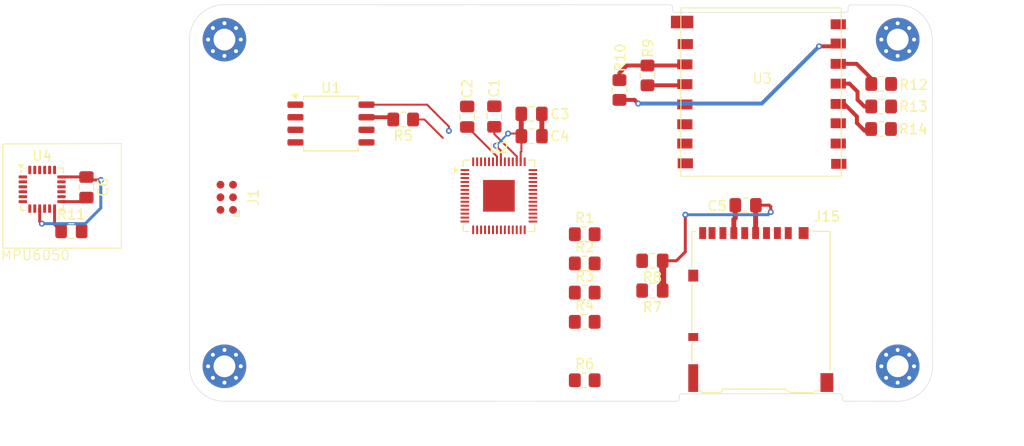
<source format=kicad_pcb>
(kicad_pcb (version 20241229) (generator "pcbnew") (generator_version "9.0")
  (layers (0 "F.Cu" signal) (2 "B.Cu" signal) (13 "F.Paste" user) (15 "B.Paste" user) (5 "F.SilkS" user "F.Silkscreen") (7 "B.SilkS" user "B.Silkscreen") (1 "F.Mask" user) (3 "B.Mask" user) (25 "Edge.Cuts" user))
  (net 0 "")
  (net 1 "+3.3V")
  (net 22 "Net-(U4-VDD)")
  (net 23 "Net-(C1-Pad2)")
  (net 24 "GND")
  (net 25 "R.SWCLK")
  (net 27 "R.RUN")
  (net 28 "R.SWD")
  (net 29 "+3V3")
  (net 30 "R.GPIO12")
  (net 32 "Net-(U3-MOSI)")
  (net 33 "Net-(U3-MISO)")
  (net 35 "Net-(U3-SCK)")
  (net 36 "Net-(U2-VREG_VOUT)")
  (net 37 "Net-(C2-Pad1)")
  (net 38 "Net-(U1-CLK)")
  (net 39 "Net-(U1-DI{slash}IO_{0})")
  (net 40 "Net-(U1-DO{slash}IO_{1})")
  (net 41 "Net-(U1-~{WP}{slash}IO_{2})")
  (net 42 "Net-(U1-~{HOLD}{slash}~{RESET}{slash}IO_{3})")
  (net 43 "R.GPIO25")
  (net 44 "R.GPIO17")
  (net 45 "R.GPIO13")
  (net 46 "R.GPIO19")
  (net 47 "R.GPIO16")
  (net 48 "R.GPIO18")
  (net 51 "J2.DET")
  (net 52 "FLASH.CLK")
  (net 58 "J2.CMD")
  (net 60 "J2.DAT3{slash}CD")
  (net 61 "MPU6050.SCL")
  (net 62 "IO3{slash}HOLD#{slash}RESET#")
  (net 65 "FLASH.DI (IO0)")
  (net 67 "J2.DAT0")
  (net 69 "IO2{slash}WP#")
  (net 70 "MPU6050.SDA")
  (net 72 "MPU6050.INT")
  (net 75 "FLASH.DO (IO1)")
  (net 80 "J2.CLK")
  (net 82 "FLASH.CS#")
  (net 83 "R.GPIO10")
  (net 84 "R.GPIO11")
  (net 85 "Net-(AE1-A)")
  (net 86 "R.GPIO24")
  (footprint "MountingHole:MountingHole_2.2mm_M2_Pad_Via" (layer "F.Cu") (at 153.5 53.5)
    (property "Reference" "REF**")
    (property "Value" "MountingHole_2.2mm_M2_Pad_Via")
    (pad "1" thru_hole circle (at -1.65 0) (size 0.7 0.7) (drill 0.4) (layers "*.Cu" "*.Mask"))
    (pad "1" thru_hole circle (at -1.166726 -1.166726) (size 0.7 0.7) (drill 0.4) (layers "*.Cu" "*.Mask"))
    (pad "1" thru_hole circle (at -1.166726 1.166726) (size 0.7 0.7) (drill 0.4) (layers "*.Cu" "*.Mask"))
    (pad "1" thru_hole circle (at 0 -1.65) (size 0.7 0.7) (drill 0.4) (layers "*.Cu" "*.Mask"))
    (pad "1" thru_hole circle (at 0 0) (size 4.4 4.4) (drill 2.2) (layers "*.Cu" "*.Mask"))
    (pad "1" thru_hole circle (at 0 1.65) (size 0.7 0.7) (drill 0.4) (layers "*.Cu" "*.Mask"))
    (pad "1" thru_hole circle (at 1.166726 -1.166726) (size 0.7 0.7) (drill 0.4) (layers "*.Cu" "*.Mask"))
    (pad "1" thru_hole circle (at 1.166726 1.166726) (size 0.7 0.7) (drill 0.4) (layers "*.Cu" "*.Mask"))
    (pad "1" thru_hole circle (at 1.65 0) (size 0.7 0.7) (drill 0.4) (layers "*.Cu" "*.Mask"))
  )
  (footprint "Package_DFN_QFN:QFN-56-1EP_7x7mm_P0.4mm_EP3.2x3.2mm" (layer "F.Cu") (at 181.2225 69.28)
    (property "Reference" "U2" (at 0 -4.83 0) (layer "F.SilkS"))
    (property "Value" "RP2040")
    (fp_line (start -3.61 -3.61) (end -2.96 -3.61) (stroke (width 0.12)) (layer "F.SilkS"))
    (fp_line (start -3.61 -2.96) (end -3.61 -3.61) (stroke (width 0.12)) (layer "F.SilkS"))
    (fp_line (start -3.61 3.61) (end -3.61 2.96) (stroke (width 0.12)) (layer "F.SilkS"))
    (fp_line (start -2.96 3.61) (end -3.61 3.61) (stroke (width 0.12)) (layer "F.SilkS"))
    (fp_line (start 2.96 -3.61) (end 3.61 -3.61) (stroke (width 0.12)) (layer "F.SilkS"))
    (fp_line (start 3.61 -3.61) (end 3.61 -2.96) (stroke (width 0.12)) (layer "F.SilkS"))
    (fp_line (start 3.61 2.96) (end 3.61 3.61) (stroke (width 0.12)) (layer "F.SilkS"))
    (fp_line (start 3.61 3.61) (end 2.96 3.61) (stroke (width 0.12)) (layer "F.SilkS"))
    (fp_poly (pts (xy -4.14 -2.6) (xy -4.47 -2.36) (xy -4.47 -2.84)) (stroke (width 0.12)) (fill yes) (layer "F.SilkS"))
    (pad "1" smd roundrect (at -3.4375 -2.6) (size 0.875 0.2) (layers "F.Cu" "F.Mask" "F.Paste") (net 1 "+3.3V"))
    (pad "2" smd roundrect (at -3.4375 -2.2) (size 0.875 0.2) (layers "F.Cu" "F.Mask" "F.Paste"))
    (pad "3" smd roundrect (at -3.4375 -1.8) (size 0.875 0.2) (layers "F.Cu" "F.Mask" "F.Paste"))
    (pad "4" smd roundrect (at -3.4375 -1.4) (size 0.875 0.2) (layers "F.Cu" "F.Mask" "F.Paste"))
    (pad "5" smd roundrect (at -3.4375 -1) (size 0.875 0.2) (layers "F.Cu" "F.Mask" "F.Paste"))
    (pad "6" smd roundrect (at -3.4375 -0.6) (size 0.875 0.2) (layers "F.Cu" "F.Mask" "F.Paste") (net 58 "J2.CMD"))
    (pad "7" smd roundrect (at -3.4375 -0.2) (size 0.875 0.2) (layers "F.Cu" "F.Mask" "F.Paste") (net 80 "J2.CLK"))
    (pad "8" smd roundrect (at -3.4375 0.2) (size 0.875 0.2) (layers "F.Cu" "F.Mask" "F.Paste") (net 67 "J2.DAT0"))
    (pad "9" smd roundrect (at -3.4375 0.6) (size 0.875 0.2) (layers "F.Cu" "F.Mask" "F.Paste") (net 60 "J2.DAT3{slash}CD"))
    (pad "10" smd roundrect (at -3.4375 1) (size 0.875 0.2) (layers "F.Cu" "F.Mask" "F.Paste") (net 1 "+3.3V"))
    (pad "11" smd roundrect (at -3.4375 1.4) (size 0.875 0.2) (layers "F.Cu" "F.Mask" "F.Paste") (net 70 "MPU6050.SDA"))
    (pad "12" smd roundrect (at -3.4375 1.8) (size 0.875 0.2) (layers "F.Cu" "F.Mask" "F.Paste") (net 61 "MPU6050.SCL"))
    (pad "13" smd roundrect (at -3.4375 2.2) (size 0.875 0.2) (layers "F.Cu" "F.Mask" "F.Paste") (net 83 "R.GPIO10"))
    (pad "14" smd roundrect (at -3.4375 2.6) (size 0.875 0.2) (layers "F.Cu" "F.Mask" "F.Paste") (net 84 "R.GPIO11"))
    (pad "15" smd roundrect (at -2.6 3.4375) (size 0.2 0.875) (layers "F.Cu" "F.Mask" "F.Paste") (net 30 "R.GPIO12"))
    (pad "16" smd roundrect (at -2.2 3.4375) (size 0.2 0.875) (layers "F.Cu" "F.Mask" "F.Paste") (net 72 "MPU6050.INT"))
    (pad "17" smd roundrect (at -1.8 3.4375) (size 0.2 0.875) (layers "F.Cu" "F.Mask" "F.Paste"))
    (pad "18" smd roundrect (at -1.4 3.4375) (size 0.2 0.875) (layers "F.Cu" "F.Mask" "F.Paste"))
    (pad "19" smd roundrect (at -1 3.4375) (size 0.2 0.875) (layers "F.Cu" "F.Mask" "F.Paste"))
    (pad "20" smd roundrect (at -0.6 3.4375) (size 0.2 0.875) (layers "F.Cu" "F.Mask" "F.Paste"))
    (pad "21" smd roundrect (at -0.2 3.4375) (size 0.2 0.875) (layers "F.Cu" "F.Mask" "F.Paste"))
    (pad "22" smd roundrect (at 0.2 3.4375) (size 0.2 0.875) (layers "F.Cu" "F.Mask" "F.Paste") (net 1 "+3.3V"))
    (pad "23" smd roundrect (at 0.6 3.4375) (size 0.2 0.875) (layers "F.Cu" "F.Mask" "F.Paste") (net 37 "Net-(C2-Pad1)"))
    (pad "24" smd roundrect (at 1 3.4375) (size 0.2 0.875) (layers "F.Cu" "F.Mask" "F.Paste") (net 25 "R.SWCLK"))
    (pad "25" smd roundrect (at 1.4 3.4375) (size 0.2 0.875) (layers "F.Cu" "F.Mask" "F.Paste") (net 28 "R.SWD"))
    (pad "26" smd roundrect (at 1.8 3.4375) (size 0.2 0.875) (layers "F.Cu" "F.Mask" "F.Paste") (net 27 "R.RUN"))
    (pad "27" smd roundrect (at 2.2 3.4375) (size 0.2 0.875) (layers "F.Cu" "F.Mask" "F.Paste") (net 47 "R.GPIO16"))
    (pad "28" smd roundrect (at 2.6 3.4375) (size 0.2 0.875) (layers "F.Cu" "F.Mask" "F.Paste") (net 44 "R.GPIO17"))
    (pad "29" smd roundrect (at 3.4375 2.6) (size 0.875 0.2) (layers "F.Cu" "F.Mask" "F.Paste") (net 48 "R.GPIO18"))
    (pad "30" smd roundrect (at 3.4375 2.2) (size 0.875 0.2) (layers "F.Cu" "F.Mask" "F.Paste") (net 46 "R.GPIO19"))
    (pad "31" smd roundrect (at 3.4375 1.8) (size 0.875 0.2) (layers "F.Cu" "F.Mask" "F.Paste"))
    (pad "32" smd roundrect (at 3.4375 1.4) (size 0.875 0.2) (layers "F.Cu" "F.Mask" "F.Paste") (net 51 "J2.DET"))
    (pad "33" smd roundrect (at 3.4375 1) (size 0.875 0.2) (layers "F.Cu" "F.Mask" "F.Paste") (net 1 "+3.3V"))
    (pad "34" smd roundrect (at 3.4375 0.6) (size 0.875 0.2) (layers "F.Cu" "F.Mask" "F.Paste"))
    (pad "35" smd roundrect (at 3.4375 0.2) (size 0.875 0.2) (layers "F.Cu" "F.Mask" "F.Paste"))
    (pad "36" smd roundrect (at 3.4375 -0.2) (size 0.875 0.2) (layers "F.Cu" "F.Mask" "F.Paste") (net 86 "R.GPIO24"))
    (pad "37" smd roundrect (at 3.4375 -0.6) (size 0.875 0.2) (layers "F.Cu" "F.Mask" "F.Paste") (net 43 "R.GPIO25"))
    (pad "38" smd roundrect (at 3.4375 -1) (size 0.875 0.2) (layers "F.Cu" "F.Mask" "F.Paste"))
    (pad "39" smd roundrect (at 3.4375 -1.4) (size 0.875 0.2) (layers "F.Cu" "F.Mask" "F.Paste"))
    (pad "40" smd roundrect (at 3.4375 -1.8) (size 0.875 0.2) (layers "F.Cu" "F.Mask" "F.Paste"))
    (pad "41" smd roundrect (at 3.4375 -2.2) (size 0.875 0.2) (layers "F.Cu" "F.Mask" "F.Paste"))
    (pad "42" smd roundrect (at 3.4375 -2.6) (size 0.875 0.2) (layers "F.Cu" "F.Mask" "F.Paste") (net 1 "+3.3V"))
    (pad "43" smd roundrect (at 2.6 -3.4375) (size 0.2 0.875) (layers "F.Cu" "F.Mask" "F.Paste"))
    (pad "44" smd roundrect (at 2.2 -3.4375) (size 0.2 0.875) (layers "F.Cu" "F.Mask" "F.Paste") (net 1 "+3.3V"))
    (pad "45" smd roundrect (at 1.8 -3.4375) (size 0.2 0.875) (layers "F.Cu" "F.Mask" "F.Paste") (net 36 "Net-(U2-VREG_VOUT)"))
    (pad "46" smd roundrect (at 1.4 -3.4375) (size 0.2 0.875) (layers "F.Cu" "F.Mask" "F.Paste"))
    (pad "47" smd roundrect (at 1 -3.4375) (size 0.2 0.875) (layers "F.Cu" "F.Mask" "F.Paste"))
    (pad "48" smd roundrect (at 0.6 -3.4375) (size 0.2 0.875) (layers "F.Cu" "F.Mask" "F.Paste"))
    (pad "49" smd roundrect (at 0.2 -3.4375) (size 0.2 0.875) (layers "F.Cu" "F.Mask" "F.Paste") (net 1 "+3.3V"))
    (pad "50" smd roundrect (at -0.2 -3.4375) (size 0.2 0.875) (layers "F.Cu" "F.Mask" "F.Paste") (net 37 "Net-(C2-Pad1)"))
    (pad "51" smd roundrect (at -0.6 -3.4375) (size 0.2 0.875) (layers "F.Cu" "F.Mask" "F.Paste") (net 62 "IO3{slash}HOLD#{slash}RESET#"))
    (pad "52" smd roundrect (at -1 -3.4375) (size 0.2 0.875) (layers "F.Cu" "F.Mask" "F.Paste") (net 52 "FLASH.CLK"))
    (pad "53" smd roundrect (at -1.4 -3.4375) (size 0.2 0.875) (layers "F.Cu" "F.Mask" "F.Paste") (net 65 "FLASH.DI (IO0)"))
    (pad "54" smd roundrect (at -1.8 -3.4375) (size 0.2 0.875) (layers "F.Cu" "F.Mask" "F.Paste") (net 69 "IO2{slash}WP#"))
    (pad "55" smd roundrect (at -2.2 -3.4375) (size 0.2 0.875) (layers "F.Cu" "F.Mask" "F.Paste") (net 75 "FLASH.DO (IO1)"))
    (pad "56" smd roundrect (at -2.6 -3.4375) (size 0.2 0.875) (layers "F.Cu" "F.Mask" "F.Paste") (net 82 "FLASH.CS#"))
    (pad "57" smd rect (at 0 0) (size 3.2 3.2) (property pad_prop_heatsink) (layers "F.Cu" "F.Mask") (net 24 "GND"))
  )
  (footprint "Sensor_Motion:InvenSense_QFN-24_4x4mm_P0.5mm" (layer "F.Cu") (at 135.09 68.62)
    (property "Reference" "U4" (at 0 -3.375 0) (layer "F.SilkS"))
    (property "Value" "MPU-6050")
    (fp_line (start -2.15 -1.685) (end -2.15 -1.91) (stroke (width 0.12)) (layer "F.SilkS"))
    (fp_line (start -2.15 2.15) (end -2.15 1.625) (stroke (width 0.12)) (layer "F.SilkS"))
    (fp_line (start -2.15 2.15) (end -1.625 2.15) (stroke (width 0.12)) (layer "F.SilkS"))
    (fp_line (start -1.625 -2.15) (end -1.85 -2.15) (stroke (width 0.12)) (layer "F.SilkS"))
    (fp_line (start 2.15 -2.15) (end 1.625 -2.15) (stroke (width 0.12)) (layer "F.SilkS"))
    (fp_line (start 2.15 -2.15) (end 2.15 -1.625) (stroke (width 0.12)) (layer "F.SilkS"))
    (fp_line (start 2.15 2.15) (end 1.625 2.15) (stroke (width 0.12)) (layer "F.SilkS"))
    (fp_line (start 2.15 2.15) (end 2.15 1.625) (stroke (width 0.12)) (layer "F.SilkS"))
    (fp_poly (pts (xy -2.15 -2.15) (xy -2.39 -2.48) (xy -1.91 -2.48) (xy -2.15 -2.15)) (stroke (width 0.12)) (fill yes) (layer "F.SilkS"))
    (pad "1" smd roundrect (at -1.95 -1.25) (size 0.85 0.3) (layers "F.Cu" "F.Mask" "F.Paste"))
    (pad "2" smd roundrect (at -1.95 -0.75) (size 0.85 0.3) (layers "F.Cu" "F.Mask" "F.Paste"))
    (pad "3" smd roundrect (at -1.95 -0.25) (size 0.85 0.3) (layers "F.Cu" "F.Mask" "F.Paste"))
    (pad "4" smd roundrect (at -1.95 0.25) (size 0.85 0.3) (layers "F.Cu" "F.Mask" "F.Paste"))
    (pad "5" smd roundrect (at -1.95 0.75) (size 0.85 0.3) (layers "F.Cu" "F.Mask" "F.Paste"))
    (pad "6" smd roundrect (at -1.95 1.25) (size 0.85 0.3) (layers "F.Cu" "F.Mask" "F.Paste"))
    (pad "7" smd roundrect (at -1.25 1.95 90) (size 0.85 0.3) (layers "F.Cu" "F.Mask" "F.Paste"))
    (pad "8" smd roundrect (at -0.75 1.95 90) (size 0.85 0.3) (layers "F.Cu" "F.Mask" "F.Paste"))
    (pad "9" smd roundrect (at -0.25 1.95 90) (size 0.85 0.3) (layers "F.Cu" "F.Mask" "F.Paste") (net 24 "GND"))
    (pad "10" smd roundrect (at 0.25 1.95 90) (size 0.85 0.3) (layers "F.Cu" "F.Mask" "F.Paste"))
    (pad "11" smd roundrect (at 0.75 1.95 90) (size 0.85 0.3) (layers "F.Cu" "F.Mask" "F.Paste"))
    (pad "12" smd roundrect (at 1.25 1.95 90) (size 0.85 0.3) (layers "F.Cu" "F.Mask" "F.Paste") (net 72 "MPU6050.INT"))
    (pad "13" smd roundrect (at 1.95 1.25) (size 0.85 0.3) (layers "F.Cu" "F.Mask" "F.Paste") (net 22 "Net-(U4-VDD)"))
    (pad "14" smd roundrect (at 1.95 0.75) (size 0.85 0.3) (layers "F.Cu" "F.Mask" "F.Paste"))
    (pad "15" smd roundrect (at 1.95 0.25) (size 0.85 0.3) (layers "F.Cu" "F.Mask" "F.Paste"))
    (pad "16" smd roundrect (at 1.95 -0.25) (size 0.85 0.3) (layers "F.Cu" "F.Mask" "F.Paste"))
    (pad "17" smd roundrect (at 1.95 -0.75) (size 0.85 0.3) (layers "F.Cu" "F.Mask" "F.Paste"))
    (pad "18" smd roundrect (at 1.95 -1.25) (size 0.85 0.3) (layers "F.Cu" "F.Mask" "F.Paste") (net 24 "GND"))
    (pad "19" smd roundrect (at 1.25 -1.95 90) (size 0.85 0.3) (layers "F.Cu" "F.Mask" "F.Paste"))
    (pad "20" smd roundrect (at 0.75 -1.95 90) (size 0.85 0.3) (layers "F.Cu" "F.Mask" "F.Paste"))
    (pad "21" smd roundrect (at 0.25 -1.95 90) (size 0.85 0.3) (layers "F.Cu" "F.Mask" "F.Paste"))
    (pad "22" smd roundrect (at -0.25 -1.95 90) (size 0.85 0.3) (layers "F.Cu" "F.Mask" "F.Paste"))
    (pad "23" smd roundrect (at -0.75 -1.95 90) (size 0.85 0.3) (layers "F.Cu" "F.Mask" "F.Paste") (net 61 "MPU6050.SCL"))
    (pad "24" smd roundrect (at -1.25 -1.95 90) (size 0.85 0.3) (layers "F.Cu" "F.Mask" "F.Paste") (net 70 "MPU6050.SDA"))
  )
  (footprint "Resistor_SMD:R_0805_2012Metric_Pad1.20x1.40mm_HandSolder" (layer "F.Cu") (at 189.89 87.91)
    (property "Reference" "R6" (at 0 -1.65 0) (layer "F.SilkS"))
    (property "Value" "10k")
    (fp_line (start -0.227064 -0.735) (end 0.227064 -0.735) (stroke (width 0.12)) (layer "F.SilkS"))
    (fp_line (start -0.227064 0.735) (end 0.227064 0.735) (stroke (width 0.12)) (layer "F.SilkS"))
    (pad "1" smd roundrect (at -1 0) (size 1.2 1.4) (layers "F.Cu" "F.Mask" "F.Paste") (roundrect_rratio 0.208333) (net 1 "+3.3V"))
    (pad "2" smd roundrect (at 1 0) (size 1.2 1.4) (layers "F.Cu" "F.Mask" "F.Paste") (roundrect_rratio 0.208333) (net 82 "FLASH.CS#"))
  )
  (footprint "Capacitor_SMD:C_0805_2012Metric_Pad1.18x1.45mm_HandSolder" (layer "F.Cu") (at 196.7275 78.85 180)
    (property "Reference" "R7" (at 0 -1.68 0) (layer "F.SilkS"))
    (property "Value" "10k")
    (fp_line (start -0.261252 0.735) (end 0.261252 0.735) (stroke (width 0.12)) (layer "F.SilkS"))
    (fp_line (start -0.261252 -0.735) (end 0.261252 -0.735) (stroke (width 0.12)) (layer "F.SilkS"))
    (pad "1" smd roundrect (at -1.0375 0 180) (size 1.175 1.45) (layers "F.Cu" "F.Mask" "F.Paste") (roundrect_rratio 0.212766) (net 1 "+3.3V"))
    (pad "2" smd roundrect (at 1.0375 0 180) (size 1.175 1.45) (layers "F.Cu" "F.Mask" "F.Paste") (roundrect_rratio 0.212766) (net 58 "J2.CMD"))
  )
  (footprint "Capacitor_SMD:C_0805_2012Metric_Pad1.18x1.45mm_HandSolder" (layer "F.Cu") (at 180.76 61.2725 90)
    (property "Reference" "C1" (at 2.8925 -0.01 90) (layer "F.SilkS"))
    (property "Value" "1micro")
    (fp_line (start -0.261252 -0.735) (end 0.261252 -0.735) (stroke (width 0.12)) (layer "F.SilkS"))
    (fp_line (start -0.261252 0.735) (end 0.261252 0.735) (stroke (width 0.12)) (layer "F.SilkS"))
    (pad "1" smd roundrect (at -1.0375 0 90) (size 1.175 1.45) (layers "F.Cu" "F.Mask" "F.Paste") (roundrect_rratio 0.212766) (net 36 "Net-(U2-VREG_VOUT)"))
    (pad "2" smd roundrect (at 1.0375 0 90) (size 1.175 1.45) (layers "F.Cu" "F.Mask" "F.Paste") (roundrect_rratio 0.212766) (net 23 "Net-(C1-Pad2)"))
  )
  (footprint "MountingHole:MountingHole_2.2mm_M2_Pad_Via" (layer "F.Cu") (at 153.5 86.5)
    (property "Reference" "REF**")
    (property "Value" "MountingHole_2.2mm_M2_Pad_Via")
    (pad "1" thru_hole circle (at -1.65 0) (size 0.7 0.7) (drill 0.4) (layers "*.Cu" "*.Mask"))
    (pad "1" thru_hole circle (at -1.166726 -1.166726) (size 0.7 0.7) (drill 0.4) (layers "*.Cu" "*.Mask"))
    (pad "1" thru_hole circle (at -1.166726 1.166726) (size 0.7 0.7) (drill 0.4) (layers "*.Cu" "*.Mask"))
    (pad "1" thru_hole circle (at 0 -1.65) (size 0.7 0.7) (drill 0.4) (layers "*.Cu" "*.Mask"))
    (pad "1" thru_hole circle (at 0 0) (size 4.4 4.4) (drill 2.2) (layers "*.Cu" "*.Mask"))
    (pad "1" thru_hole circle (at 0 1.65) (size 0.7 0.7) (drill 0.4) (layers "*.Cu" "*.Mask"))
    (pad "1" thru_hole circle (at 1.166726 -1.166726) (size 0.7 0.7) (drill 0.4) (layers "*.Cu" "*.Mask"))
    (pad "1" thru_hole circle (at 1.166726 1.166726) (size 0.7 0.7) (drill 0.4) (layers "*.Cu" "*.Mask"))
    (pad "1" thru_hole circle (at 1.65 0) (size 0.7 0.7) (drill 0.4) (layers "*.Cu" "*.Mask"))
  )
  (footprint "Resistor_SMD:R_0805_2012Metric_Pad1.20x1.40mm_HandSolder" (layer "F.Cu") (at 189.89 82.01)
    (property "Reference" "R4" (at 0 -1.65 0) (layer "F.SilkS"))
    (property "Value" "22")
    (fp_line (start -0.227064 -0.735) (end 0.227064 -0.735) (stroke (width 0.12)) (layer "F.SilkS"))
    (fp_line (start -0.227064 0.735) (end 0.227064 0.735) (stroke (width 0.12)) (layer "F.SilkS"))
    (pad "1" smd roundrect (at -1 0) (size 1.2 1.4) (layers "F.Cu" "F.Mask" "F.Paste") (roundrect_rratio 0.208333) (net 69 "IO2{slash}WP#"))
    (pad "2" smd roundrect (at 1 0) (size 1.2 1.4) (layers "F.Cu" "F.Mask" "F.Paste") (roundrect_rratio 0.208333) (net 41 "Net-(U1-~{WP}{slash}IO_{2})"))
  )
  (footprint "Capacitor_SMD:C_0805_2012Metric_Pad1.18x1.45mm_HandSolder" (layer "F.Cu") (at 196.7275 75.84 180)
    (property "Reference" "R8" (at 0 -1.68 0) (layer "F.SilkS"))
    (property "Value" "10k")
    (fp_line (start -0.261252 0.735) (end 0.261252 0.735) (stroke (width 0.12)) (layer "F.SilkS"))
    (fp_line (start -0.261252 -0.735) (end 0.261252 -0.735) (stroke (width 0.12)) (layer "F.SilkS"))
    (pad "1" smd roundrect (at -1.0375 0 180) (size 1.175 1.45) (layers "F.Cu" "F.Mask" "F.Paste") (roundrect_rratio 0.212766) (net 1 "+3.3V"))
    (pad "2" smd roundrect (at 1.0375 0 180) (size 1.175 1.45) (layers "F.Cu" "F.Mask" "F.Paste") (roundrect_rratio 0.212766) (net 67 "J2.DAT0"))
  )
  (footprint "sx1262b:SX1262B" (layer "F.Cu") (at 199.6 67.55)
    (property "Reference" "U3" (at 8.225 -10.125 0) (layer "F.SilkS") (effects (font (thickness 0.1))))
    (property "Value" "SX1262B")
    (fp_rect (start 0 -17.25) (end 16.2 -0.25) (stroke (width 0.1)) (fill no) (layer "F.SilkS"))
    (pad "1" smd rect (at 0.125 -15.825) (size 2.262 1.27) (layers "F.Cu" "F.Mask" "F.Paste") (net 85 "Net-(AE1-A)"))
    (pad "2" smd rect (at 0.45 -13.6) (size 1.5358 1) (layers "F.Cu" "F.Paste") (net 24 "GND"))
    (pad "3" smd rect (at 0.4 -11.55) (size 1.5358 1) (layers "F.Cu" "F.Mask" "F.Paste") (net 1 "+3.3V"))
    (pad "4" smd rect (at 0.4 -9.55) (size 1.5358 1) (layers "F.Cu" "F.Mask" "F.Paste") (net 43 "R.GPIO25"))
    (pad "5" smd rect (at 0.4 -7.5) (size 1.5358 1) (layers "F.Cu" "F.Mask" "F.Paste"))
    (pad "6" smd rect (at 0.4 -5.5) (size 1.5358 1) (layers "F.Cu" "F.Mask" "F.Paste") (net 83 "R.GPIO10"))
    (pad "7" smd rect (at 0.4 -3.55) (size 1.5358 1) (layers "F.Cu" "F.Mask" "F.Paste") (net 84 "R.GPIO11"))
    (pad "8" smd rect (at 0.45 -1.55) (size 1.5358 1) (layers "F.Cu" "F.Mask" "F.Paste") (net 86 "R.GPIO24"))
    (pad "9" smd rect (at 15.95 -1.5) (size 1.5358 1) (layers "F.Cu" "F.Mask" "F.Paste") (net 24 "GND"))
    (pad "10" smd rect (at 15.9 -3.55) (size 1.5358 1) (layers "F.Cu" "F.Mask" "F.Paste") (net 30 "R.GPIO12"))
    (pad "11" smd rect (at 15.9 -5.6) (size 1.5358 1) (layers "F.Cu" "F.Mask" "F.Paste"))
    (pad "12" smd rect (at 15.9 -7.55) (size 1.5358 1) (layers "F.Cu" "F.Mask" "F.Paste") (net 35 "Net-(U3-SCK)"))
    (pad "13" smd rect (at 15.9 -9.6) (size 1.5358 1) (layers "F.Cu" "F.Mask" "F.Paste") (net 33 "Net-(U3-MISO)"))
    (pad "14" smd rect (at 15.9 -11.6) (size 1.5358 1) (layers "F.Cu" "F.Mask" "F.Paste") (net 32 "Net-(U3-MOSI)"))
    (pad "15" smd rect (at 15.9 -13.65) (size 1.5358 1) (layers "F.Cu" "F.Mask" "F.Paste") (net 44 "R.GPIO17"))
    (pad "16" smd rect (at 15.9 -15.6) (size 1.5358 1) (layers "F.Cu" "F.Mask" "F.Paste") (net 24 "GND"))
  )
  (footprint "Connector_Card:microSD_HC_Hirose_DM3AT-SF-PEJM5" (layer "F.Cu") (at 207.675 80.765)
    (property "Reference" "J15" (at 6.685 -9.395 0) (layer "F.SilkS"))
    (property "Value" "Micro_SD_Card_Det1")
    (fp_line (start -6.975 -7.885) (end -6.975 -4.275) (stroke (width 0.12)) (layer "F.SilkS"))
    (fp_line (start -6.975 -2.575) (end -6.975 2.125) (stroke (width 0.12)) (layer "F.SilkS"))
    (fp_line (start -6.975 3.425) (end -6.975 5.225) (stroke (width 0.12)) (layer "F.SilkS"))
    (fp_line (start -6.525 -7.885) (end -6.975 -7.885) (stroke (width 0.12)) (layer "F.SilkS"))
    (fp_line (start -5.945 8.385) (end -6.145 8.185) (stroke (width 0.12)) (layer "F.SilkS"))
    (fp_line (start -5.945 8.385) (end -4.085 8.385) (stroke (width 0.12)) (layer "F.SilkS"))
    (fp_line (start -4.085 8.385) (end -3.875 8.185) (stroke (width 0.12)) (layer "F.SilkS"))
    (fp_line (start -3.875 8.035) (end -3.875 8.185) (stroke (width 0.12)) (layer "F.SilkS"))
    (fp_line (start -3.875 8.035) (end 2.495 8.035) (stroke (width 0.12)) (layer "F.SilkS"))
    (fp_line (start 3.005 8.385) (end 2.495 8.035) (stroke (width 0.12)) (layer "F.SilkS"))
    (fp_line (start 5.075 -7.885) (end 6.995 -7.885) (stroke (width 0.12)) (layer "F.SilkS"))
    (fp_line (start 5.315 8.385) (end 3.005 8.385) (stroke (width 0.12)) (layer "F.SilkS"))
    (fp_line (start 5.315 8.385) (end 5.515 8.185) (stroke (width 0.12)) (layer "F.SilkS"))
    (fp_line (start 5.515 8.185) (end 5.775 8.185) (stroke (width 0.12)) (layer "F.SilkS"))
    (fp_line (start 6.995 -7.885) (end 6.995 6.125) (stroke (width 0.12)) (layer "F.SilkS"))
    (pad "1" smd rect (at 2.775 -7.725) (size 0.7 1.2) (layers "F.Cu" "F.Mask" "F.Paste"))
    (pad "2" smd rect (at 1.675 -7.725) (size 0.7 1.2) (layers "F.Cu" "F.Mask" "F.Paste") (net 60 "J2.DAT3{slash}CD"))
    (pad "3" smd rect (at 0.575 -7.725) (size 0.7 1.2) (layers "F.Cu" "F.Mask" "F.Paste") (net 58 "J2.CMD"))
    (pad "4" smd rect (at -0.525 -7.725) (size 0.7 1.2) (layers "F.Cu" "F.Mask" "F.Paste") (net 1 "+3.3V"))
    (pad "5" smd rect (at -1.625 -7.725) (size 0.7 1.2) (layers "F.Cu" "F.Mask" "F.Paste") (net 80 "J2.CLK"))
    (pad "6" smd rect (at -2.725 -7.725) (size 0.7 1.2) (layers "F.Cu" "F.Mask" "F.Paste") (net 24 "GND"))
    (pad "7" smd rect (at -3.825 -7.725) (size 0.7 1.2) (layers "F.Cu" "F.Mask" "F.Paste") (net 67 "J2.DAT0"))
    (pad "8" smd rect (at -4.925 -7.725) (size 0.7 1.2) (layers "F.Cu" "F.Mask" "F.Paste"))
    (pad "9" smd rect (at -5.875 -7.725) (size 0.7 1.2) (layers "F.Cu" "F.Mask" "F.Paste") (net 51 "J2.DET"))
    (pad "10" smd rect (at -6.825 2.775) (size 1 0.8) (layers "F.Cu" "F.Mask" "F.Paste") (net 24 "GND"))
    (pad "11" smd rect (at -6.825 -3.425) (size 1 1.2) (layers "F.Cu" "F.Mask" "F.Paste"))
    (pad "11" smd rect (at -6.825 6.925) (size 1 2.8) (layers "F.Cu" "F.Mask" "F.Paste"))
    (pad "11" smd rect (at 4.325 -7.725) (size 1 1.2) (layers "F.Cu" "F.Mask" "F.Paste"))
    (pad "11" smd rect (at 6.675 7.375) (size 1.3 1.9) (layers "F.Cu" "F.Mask" "F.Paste"))
  )
  (footprint "Resistor_SMD:R_0805_2012Metric_Pad1.20x1.40mm_HandSolder" (layer "F.Cu") (at 189.89 73.16)
    (property "Reference" "R1" (at 0 -1.65 0) (layer "F.SilkS"))
    (property "Value" "22")
    (fp_line (start -0.227064 -0.735) (end 0.227064 -0.735) (stroke (width 0.12)) (layer "F.SilkS"))
    (fp_line (start -0.227064 0.735) (end 0.227064 0.735) (stroke (width 0.12)) (layer "F.SilkS"))
    (pad "1" smd roundrect (at -1 0) (size 1.2 1.4) (layers "F.Cu" "F.Mask" "F.Paste") (roundrect_rratio 0.208333) (net 52 "FLASH.CLK"))
    (pad "2" smd roundrect (at 1 0) (size 1.2 1.4) (layers "F.Cu" "F.Mask" "F.Paste") (roundrect_rratio 0.208333) (net 38 "Net-(U1-CLK)"))
  )
  (footprint "Capacitor_SMD:C_0805_2012Metric_Pad1.18x1.45mm_HandSolder" (layer "F.Cu") (at 184.53 63.26)
    (property "Reference" "C4" (at 2.85 -0.01 0) (layer "F.SilkS"))
    (property "Value" "1micro")
    (fp_line (start -0.261252 -0.735) (end 0.261252 -0.735) (stroke (width 0.12)) (layer "F.SilkS"))
    (fp_line (start -0.261252 0.735) (end 0.261252 0.735) (stroke (width 0.12)) (layer "F.SilkS"))
    (pad "1" smd roundrect (at -1.0375 0) (size 1.175 1.45) (layers "F.Cu" "F.Mask" "F.Paste") (roundrect_rratio 0.212766) (net 1 "+3.3V"))
    (pad "2" smd roundrect (at 1.0375 0) (size 1.175 1.45) (layers "F.Cu" "F.Mask" "F.Paste") (roundrect_rratio 0.212766) (net 23 "Net-(C1-Pad2)"))
  )
  (footprint "MountingHole:MountingHole_2.2mm_M2_Pad_Via" (layer "F.Cu") (at 221.5 53.5)
    (property "Reference" "REF**")
    (property "Value" "MountingHole_2.2mm_M2_Pad_Via")
    (pad "1" thru_hole circle (at -1.65 0) (size 0.7 0.7) (drill 0.4) (layers "*.Cu" "*.Mask"))
    (pad "1" thru_hole circle (at -1.166726 -1.166726) (size 0.7 0.7) (drill 0.4) (layers "*.Cu" "*.Mask"))
    (pad "1" thru_hole circle (at -1.166726 1.166726) (size 0.7 0.7) (drill 0.4) (layers "*.Cu" "*.Mask"))
    (pad "1" thru_hole circle (at 0 -1.65) (size 0.7 0.7) (drill 0.4) (layers "*.Cu" "*.Mask"))
    (pad "1" thru_hole circle (at 0 0) (size 4.4 4.4) (drill 2.2) (layers "*.Cu" "*.Mask"))
    (pad "1" thru_hole circle (at 0 1.65) (size 0.7 0.7) (drill 0.4) (layers "*.Cu" "*.Mask"))
    (pad "1" thru_hole circle (at 1.166726 -1.166726) (size 0.7 0.7) (drill 0.4) (layers "*.Cu" "*.Mask"))
    (pad "1" thru_hole circle (at 1.166726 1.166726) (size 0.7 0.7) (drill 0.4) (layers "*.Cu" "*.Mask"))
    (pad "1" thru_hole circle (at 1.65 0) (size 0.7 0.7) (drill 0.4) (layers "*.Cu" "*.Mask"))
  )
  (footprint "Resistor_SMD:R_0805_2012Metric_Pad1.20x1.40mm_HandSolder" (layer "F.Cu") (at 193.4 58.59 -90)
    (property "Reference" "R10" (at -3.26 -0.07 90) (layer "F.SilkS"))
    (property "Value" "10k")
    (fp_line (start -0.227064 0.735) (end 0.227064 0.735) (stroke (width 0.12)) (layer "F.SilkS"))
    (fp_line (start -0.227064 -0.735) (end 0.227064 -0.735) (stroke (width 0.12)) (layer "F.SilkS"))
    (pad "1" smd roundrect (at -1 0 270) (size 1.2 1.4) (layers "F.Cu" "F.Mask" "F.Paste") (roundrect_rratio 0.208333) (net 1 "+3.3V"))
    (pad "2" smd roundrect (at 1 0 270) (size 1.2 1.4) (layers "F.Cu" "F.Mask" "F.Paste") (roundrect_rratio 0.208333) (net 44 "R.GPIO17"))
  )
  (footprint "Resistor_SMD:R_0805_2012Metric_Pad1.20x1.40mm_HandSolder" (layer "F.Cu") (at 219.83 57.98)
    (property "Reference" "R12" (at 3.28 0.09 0) (layer "F.SilkS"))
    (property "Value" "22")
    (fp_line (start -0.227064 -0.735) (end 0.227064 -0.735) (stroke (width 0.12)) (layer "F.SilkS"))
    (fp_line (start -0.227064 0.735) (end 0.227064 0.735) (stroke (width 0.12)) (layer "F.SilkS"))
    (pad "1" smd roundrect (at -1 0) (size 1.2 1.4) (layers "F.Cu" "F.Mask" "F.Paste") (roundrect_rratio 0.208333) (net 32 "Net-(U3-MOSI)"))
    (pad "2" smd roundrect (at 1 0) (size 1.2 1.4) (layers "F.Cu" "F.Mask" "F.Paste") (roundrect_rratio 0.208333) (net 46 "R.GPIO19"))
  )
  (footprint "Capacitor_SMD:C_0805_2012Metric_Pad1.18x1.45mm_HandSolder" (layer "F.Cu") (at 178.02 61.29 90)
    (property "Reference" "C2" (at 2.82 0 90) (layer "F.SilkS"))
    (property "Value" "1 nano")
    (fp_line (start -0.261252 -0.735) (end 0.261252 -0.735) (stroke (width 0.12)) (layer "F.SilkS"))
    (fp_line (start -0.261252 0.735) (end 0.261252 0.735) (stroke (width 0.12)) (layer "F.SilkS"))
    (pad "1" smd roundrect (at -1.0375 0 90) (size 1.175 1.45) (layers "F.Cu" "F.Mask" "F.Paste") (roundrect_rratio 0.212766) (net 37 "Net-(C2-Pad1)"))
    (pad "2" smd roundrect (at 1.0375 0 90) (size 1.175 1.45) (layers "F.Cu" "F.Mask" "F.Paste") (roundrect_rratio 0.212766) (net 23 "Net-(C1-Pad2)"))
  )
  (footprint "Connector:Tag-Connect_TC2030-IDC-NL_2x03_P1.27mm_Vertical" (layer "F.Cu") (at 153.734 69.43 90)
    (property "Reference" "J1" (at 0 2.7 90) (layer "F.SilkS"))
    (property "Value" "Conn_ARM_SWD_TagConnect_TC2030-NL")
    (fp_line (start -1.27 1.27) (end -1.905 1.27) (stroke (width 0.12)) (layer "F.SilkS"))
    (fp_line (start -1.905 1.27) (end -1.905 0.635) (stroke (width 0.12)) (layer "F.SilkS"))
    (pad "" np_thru_hole circle (at -2.54 0 90) (size 0.9906 0.9906) (drill 0.9906) (layers "*.Cu" "*.Mask"))
    (pad "" np_thru_hole circle (at 2.54 -1.016 90) (size 0.9906 0.9906) (drill 0.9906) (layers "*.Cu" "*.Mask"))
    (pad "" np_thru_hole circle (at 2.54 1.016 90) (size 0.9906 0.9906) (drill 0.9906) (layers "*.Cu" "*.Mask"))
    (pad "1" connect circle (at -1.27 0.635 90) (size 0.7874 0.7874) (layers "F.Cu" "F.Mask") (net 29 "+3V3"))
    (pad "2" connect circle (at -1.27 -0.635 90) (size 0.7874 0.7874) (layers "F.Cu" "F.Mask") (net 28 "R.SWD"))
    (pad "3" connect circle (at 0 0.635 90) (size 0.7874 0.7874) (layers "F.Cu" "F.Mask") (net 27 "R.RUN"))
    (pad "4" connect circle (at 0 -0.635 90) (size 0.7874 0.7874) (layers "F.Cu" "F.Mask") (net 25 "R.SWCLK"))
    (pad "5" connect circle (at 1.27 0.635 90) (size 0.7874 0.7874) (layers "F.Cu" "F.Mask") (net 24 "GND"))
    (pad "6" connect circle (at 1.27 -0.635 90) (size 0.7874 0.7874) (layers "F.Cu" "F.Mask"))
  )
  (footprint "Resistor_SMD:R_0805_2012Metric_Pad1.20x1.40mm_HandSolder" (layer "F.Cu") (at 189.89 79.06)
    (property "Reference" "R3" (at 0 -1.65 0) (layer "F.SilkS"))
    (property "Value" "22")
    (fp_line (start -0.227064 -0.735) (end 0.227064 -0.735) (stroke (width 0.12)) (layer "F.SilkS"))
    (fp_line (start -0.227064 0.735) (end 0.227064 0.735) (stroke (width 0.12)) (layer "F.SilkS"))
    (pad "1" smd roundrect (at -1 0) (size 1.2 1.4) (layers "F.Cu" "F.Mask" "F.Paste") (roundrect_rratio 0.208333) (net 40 "Net-(U1-DO{slash}IO_{1})"))
    (pad "2" smd roundrect (at 1 0) (size 1.2 1.4) (layers "F.Cu" "F.Mask" "F.Paste") (roundrect_rratio 0.208333) (net 75 "FLASH.DO (IO1)"))
  )
  (footprint "Resistor_SMD:R_0805_2012Metric_Pad1.20x1.40mm_HandSolder" (layer "F.Cu") (at 219.83 60.26)
    (property "Reference" "R13" (at 3.26 0 0) (layer "F.SilkS"))
    (property "Value" "22")
    (fp_line (start -0.227064 -0.735) (end 0.227064 -0.735) (stroke (width 0.12)) (layer "F.SilkS"))
    (fp_line (start -0.227064 0.735) (end 0.227064 0.735) (stroke (width 0.12)) (layer "F.SilkS"))
    (pad "1" smd roundrect (at -1 0) (size 1.2 1.4) (layers "F.Cu" "F.Mask" "F.Paste") (roundrect_rratio 0.208333) (net 33 "Net-(U3-MISO)"))
    (pad "2" smd roundrect (at 1 0) (size 1.2 1.4) (layers "F.Cu" "F.Mask" "F.Paste") (roundrect_rratio 0.208333) (net 47 "R.GPIO16"))
  )
  (footprint "Capacitor_SMD:C_0805_2012Metric_Pad1.18x1.45mm_HandSolder" (layer "F.Cu") (at 206.1375 70.23 180)
    (property "Reference" "C5" (at 2.8775 -0.08 0) (layer "F.SilkS"))
    (property "Value" "100nf")
    (fp_line (start -0.261252 0.735) (end 0.261252 0.735) (stroke (width 0.12)) (layer "F.SilkS"))
    (fp_line (start -0.261252 -0.735) (end 0.261252 -0.735) (stroke (width 0.12)) (layer "F.SilkS"))
    (pad "1" smd roundrect (at -1.0375 0 180) (size 1.175 1.45) (layers "F.Cu" "F.Mask" "F.Paste") (roundrect_rratio 0.212766) (net 1 "+3.3V"))
    (pad "2" smd roundrect (at 1.0375 0 180) (size 1.175 1.45) (layers "F.Cu" "F.Mask" "F.Paste") (roundrect_rratio 0.212766) (net 24 "GND"))
  )
  (footprint "Resistor_SMD:R_0805_2012Metric_Pad1.20x1.40mm_HandSolder" (layer "F.Cu") (at 171.55 61.57 180)
    (property "Reference" "R5" (at 0 -1.65 0) (layer "F.SilkS"))
    (property "Value" "22")
    (fp_line (start -0.227064 0.735) (end 0.227064 0.735) (stroke (width 0.12)) (layer "F.SilkS"))
    (fp_line (start -0.227064 -0.735) (end 0.227064 -0.735) (stroke (width 0.12)) (layer "F.SilkS"))
    (pad "1" smd roundrect (at -1 0 180) (size 1.2 1.4) (layers "F.Cu" "F.Mask" "F.Paste") (roundrect_rratio 0.208333) (net 62 "IO3{slash}HOLD#{slash}RESET#"))
    (pad "2" smd roundrect (at 1 0 180) (size 1.2 1.4) (layers "F.Cu" "F.Mask" "F.Paste") (roundrect_rratio 0.208333) (net 42 "Net-(U1-~{HOLD}{slash}~{RESET}{slash}IO_{3})"))
  )
  (footprint "Capacitor_SMD:C_0805_2012Metric_Pad1.18x1.45mm_HandSolder" (layer "F.Cu") (at 139.56 68.42 -90)
    (property "Reference" "C6" (at 0 -1.68 90) (layer "F.SilkS"))
    (property "Value" "100nf")
    (fp_line (start -0.261252 0.735) (end 0.261252 0.735) (stroke (width 0.12)) (layer "F.SilkS"))
    (fp_line (start -0.261252 -0.735) (end 0.261252 -0.735) (stroke (width 0.12)) (layer "F.SilkS"))
    (pad "1" smd roundrect (at -1.0375 0 270) (size 1.175 1.45) (layers "F.Cu" "F.Mask" "F.Paste") (roundrect_rratio 0.212766) (net 24 "GND"))
    (pad "2" smd roundrect (at 1.0375 0 270) (size 1.175 1.45) (layers "F.Cu" "F.Mask" "F.Paste") (roundrect_rratio 0.212766) (net 22 "Net-(U4-VDD)"))
  )
  (footprint "Capacitor_SMD:C_0805_2012Metric_Pad1.18x1.45mm_HandSolder" (layer "F.Cu") (at 138.04 72.84)
    (property "Reference" "R11" (at 0 -1.68 0) (layer "F.SilkS"))
    (property "Value" "22")
    (fp_line (start -0.261252 -0.735) (end 0.261252 -0.735) (stroke (width 0.12)) (layer "F.SilkS"))
    (fp_line (start -0.261252 0.735) (end 0.261252 0.735) (stroke (width 0.12)) (layer "F.SilkS"))
    (pad "1" smd roundrect (at -1.0375 0) (size 1.175 1.45) (layers "F.Cu" "F.Mask" "F.Paste") (roundrect_rratio 0.212766) (net 72 "MPU6050.INT"))
    (pad "2" smd roundrect (at 1.0375 0) (size 1.175 1.45) (layers "F.Cu" "F.Mask" "F.Paste") (roundrect_rratio 0.212766) (net 45 "R.GPIO13"))
  )
  (footprint "Capacitor_SMD:C_0805_2012Metric_Pad1.18x1.45mm_HandSolder" (layer "F.Cu") (at 184.52 61)
    (property "Reference" "C3" (at 2.86 0.04 0) (layer "F.SilkS"))
    (property "Value" "100nf")
    (fp_line (start -0.261252 -0.735) (end 0.261252 -0.735) (stroke (width 0.12)) (layer "F.SilkS"))
    (fp_line (start -0.261252 0.735) (end 0.261252 0.735) (stroke (width 0.12)) (layer "F.SilkS"))
    (pad "1" smd roundrect (at -1.0375 0) (size 1.175 1.45) (layers "F.Cu" "F.Mask" "F.Paste") (roundrect_rratio 0.212766) (net 1 "+3.3V"))
    (pad "2" smd roundrect (at 1.0375 0) (size 1.175 1.45) (layers "F.Cu" "F.Mask" "F.Paste") (roundrect_rratio 0.212766) (net 23 "Net-(C1-Pad2)"))
  )
  (footprint "Resistor_SMD:R_0805_2012Metric_Pad1.20x1.40mm_HandSolder" (layer "F.Cu") (at 219.82 62.53)
    (property "Reference" "R14" (at 3.25 0.03 0) (layer "F.SilkS"))
    (property "Value" "22")
    (fp_line (start -0.227064 -0.735) (end 0.227064 -0.735) (stroke (width 0.12)) (layer "F.SilkS"))
    (fp_line (start -0.227064 0.735) (end 0.227064 0.735) (stroke (width 0.12)) (layer "F.SilkS"))
    (pad "1" smd roundrect (at -1 0) (size 1.2 1.4) (layers "F.Cu" "F.Mask" "F.Paste") (roundrect_rratio 0.208333) (net 35 "Net-(U3-SCK)"))
    (pad "2" smd roundrect (at 1 0) (size 1.2 1.4) (layers "F.Cu" "F.Mask" "F.Paste") (roundrect_rratio 0.208333) (net 48 "R.GPIO18"))
  )
  (footprint "Resistor_SMD:R_0805_2012Metric_Pad1.20x1.40mm_HandSolder" (layer "F.Cu") (at 189.89 76.11)
    (property "Reference" "R2" (at 0 -1.65 0) (layer "F.SilkS"))
    (property "Value" "22")
    (fp_line (start -0.227064 -0.735) (end 0.227064 -0.735) (stroke (width 0.12)) (layer "F.SilkS"))
    (fp_line (start -0.227064 0.735) (end 0.227064 0.735) (stroke (width 0.12)) (layer "F.SilkS"))
    (pad "1" smd roundrect (at -1 0) (size 1.2 1.4) (layers "F.Cu" "F.Mask" "F.Paste") (roundrect_rratio 0.208333) (net 39 "Net-(U1-DI{slash}IO_{0})"))
    (pad "2" smd roundrect (at 1 0) (size 1.2 1.4) (layers "F.Cu" "F.Mask" "F.Paste") (roundrect_rratio 0.208333) (net 65 "FLASH.DI (IO0)"))
  )
  (footprint "Resistor_SMD:R_0805_2012Metric_Pad1.20x1.40mm_HandSolder" (layer "F.Cu") (at 196.23 57.12 -90)
    (property "Reference" "R9" (at -2.76 -0.06 90) (layer "F.SilkS"))
    (property "Value" "10k")
    (fp_line (start -0.227064 0.735) (end 0.227064 0.735) (stroke (width 0.12)) (layer "F.SilkS"))
    (fp_line (start -0.227064 -0.735) (end 0.227064 -0.735) (stroke (width 0.12)) (layer "F.SilkS"))
    (pad "1" smd roundrect (at -1 0 270) (size 1.2 1.4) (layers "F.Cu" "F.Mask" "F.Paste") (roundrect_rratio 0.208333) (net 1 "+3.3V"))
    (pad "2" smd roundrect (at 1 0 270) (size 1.2 1.4) (layers "F.Cu" "F.Mask" "F.Paste") (roundrect_rratio 0.208333) (net 43 "R.GPIO25"))
  )
  (footprint "MountingHole:MountingHole_2.2mm_M2_Pad_Via" (layer "F.Cu") (at 221.5 86.5)
    (property "Reference" "REF**")
    (property "Value" "MountingHole_2.2mm_M2_Pad_Via")
    (pad "1" thru_hole circle (at -1.65 0) (size 0.7 0.7) (drill 0.4) (layers "*.Cu" "*.Mask"))
    (pad "1" thru_hole circle (at -1.166726 -1.166726) (size 0.7 0.7) (drill 0.4) (layers "*.Cu" "*.Mask"))
    (pad "1" thru_hole circle (at -1.166726 1.166726) (size 0.7 0.7) (drill 0.4) (layers "*.Cu" "*.Mask"))
    (pad "1" thru_hole circle (at 0 -1.65) (size 0.7 0.7) (drill 0.4) (layers "*.Cu" "*.Mask"))
    (pad "1" thru_hole circle (at 0 0) (size 4.4 4.4) (drill 2.2) (layers "*.Cu" "*.Mask"))
    (pad "1" thru_hole circle (at 0 1.65) (size 0.7 0.7) (drill 0.4) (layers "*.Cu" "*.Mask"))
    (pad "1" thru_hole circle (at 1.166726 -1.166726) (size 0.7 0.7) (drill 0.4) (layers "*.Cu" "*.Mask"))
    (pad "1" thru_hole circle (at 1.166726 1.166726) (size 0.7 0.7) (drill 0.4) (layers "*.Cu" "*.Mask"))
    (pad "1" thru_hole circle (at 1.65 0) (size 0.7 0.7) (drill 0.4) (layers "*.Cu" "*.Mask"))
  )
  (footprint "Package_SO:SOIC-8_5.3x5.3mm_P1.27mm" (layer "F.Cu") (at 164.26 61.98)
    (property "Reference" "U1" (at 0 -3.6 0) (layer "F.SilkS"))
    (property "Value" "W25Q128JVS")
    (fp_line (start -2.76 -2.76) (end 2.76 -2.76) (stroke (width 0.12)) (layer "F.SilkS"))
    (fp_line (start -2.76 -2.49) (end -2.76 -2.76) (stroke (width 0.12)) (layer "F.SilkS"))
    (fp_line (start -2.76 2.76) (end -2.76 2.49) (stroke (width 0.12)) (layer "F.SilkS"))
    (fp_line (start 2.76 -2.76) (end 2.76 -2.49) (stroke (width 0.12)) (layer "F.SilkS"))
    (fp_line (start 2.76 2.49) (end 2.76 2.76) (stroke (width 0.12)) (layer "F.SilkS"))
    (fp_line (start 2.76 2.76) (end -2.76 2.76) (stroke (width 0.12)) (layer "F.SilkS"))
    (fp_poly (pts (xy -3.59 -2.5) (xy -3.93 -2.97) (xy -3.25 -2.97)) (stroke (width 0.12)) (fill yes) (layer "F.SilkS"))
    (pad "1" smd roundrect (at -3.5875 -1.905) (size 1.625 0.65) (layers "F.Cu" "F.Mask" "F.Paste") (net 82 "FLASH.CS#"))
    (pad "2" smd roundrect (at -3.5875 -0.635) (size 1.625 0.65) (layers "F.Cu" "F.Mask" "F.Paste") (net 40 "Net-(U1-DO{slash}IO_{1})"))
    (pad "3" smd roundrect (at -3.5875 0.635) (size 1.625 0.65) (layers "F.Cu" "F.Mask" "F.Paste") (net 41 "Net-(U1-~{WP}{slash}IO_{2})"))
    (pad "4" smd roundrect (at -3.5875 1.905) (size 1.625 0.65) (layers "F.Cu" "F.Mask" "F.Paste") (net 24 "GND"))
    (pad "5" smd roundrect (at 3.5875 1.905) (size 1.625 0.65) (layers "F.Cu" "F.Mask" "F.Paste") (net 39 "Net-(U1-DI{slash}IO_{0})"))
    (pad "6" smd roundrect (at 3.5875 0.635) (size 1.625 0.65) (layers "F.Cu" "F.Mask" "F.Paste") (net 38 "Net-(U1-CLK)"))
    (pad "7" smd roundrect (at 3.5875 -0.635) (size 1.625 0.65) (layers "F.Cu" "F.Mask" "F.Paste") (net 42 "Net-(U1-~{HOLD}{slash}~{RESET}{slash}IO_{3})"))
    (pad "8" smd roundrect (at 3.5875 -1.905) (size 1.625 0.65) (layers "F.Cu" "F.Mask" "F.Paste") (net 1 "+3.3V"))
  )
  (gr_line (start 131.12 64.04) (end 131.12 74.57) (stroke (width 0.1)) (layer "F.SilkS"))
  (gr_line (start 143.09 74.57) (end 143.09 64) (stroke (width 0.1)) (layer "F.SilkS"))
  (gr_line (start 131.12 74.57) (end 143.09 74.57) (stroke (width 0.1)) (layer "F.SilkS"))
  (gr_line (start 143.09 64) (end 131.12 64.04) (stroke (width 0.1)) (layer "F.SilkS"))
  (gr_arc (start 153.474874 90.025126) (mid 151 89) (end 149.974874 86.525126) (stroke (width 0.05)) (layer "Edge.Cuts"))
  (gr_line (start 216.24 50.75) (end 216.25 50.75) (stroke (width 0.05)) (layer "Edge.Cuts"))
  (gr_arc (start 215.66 89.27) (mid 215.836777 89.343223) (end 215.91 89.52) (stroke (width 0.05)) (layer "Edge.Cuts"))
  (gr_line (start 215.91 89.78) (end 215.91 89.52) (stroke (width 0.05)) (layer "Edge.Cuts"))
  (gr_line (start 199.426777 89.53) (end 199.43 89.78) (stroke (width 0.05)) (layer "Edge.Cuts"))
  (gr_line (start 153.474874 90.025126) (end 199.18 90.03) (stroke (width 0.05)) (layer "Edge.Cuts"))
  (gr_line (start 225 53.5) (end 225.025126 86.525126) (stroke (width 0.05)) (layer "Edge.Cuts"))
  (gr_arc (start 198.5 49.99) (mid 198.676777 50.063223) (end 198.75 50.24) (stroke (width 0.05)) (layer "Edge.Cuts"))
  (gr_arc (start 199.426777 89.53) (mid 199.5 89.353223) (end 199.676777 89.28) (stroke (width 0.05)) (layer "Edge.Cuts"))
  (gr_line (start 153.474874 49.974874) (end 198.5 49.99) (stroke (width 0.05)) (layer "Edge.Cuts"))
  (gr_line (start 199.676777 89.28) (end 215.66 89.27) (stroke (width 0.05)) (layer "Edge.Cuts"))
  (gr_arc (start 216.5 50.5) (mid 216.426777 50.676777) (end 216.25 50.75) (stroke (width 0.05)) (layer "Edge.Cuts"))
  (gr_line (start 221.5251 90.025126) (end 216.16 90.03) (stroke (width 0.05)) (layer "Edge.Cuts"))
  (gr_arc (start 149.974874 53.474874) (mid 151 51) (end 153.474874 49.974874) (stroke (width 0.05)) (layer "Edge.Cuts"))
  (gr_arc (start 199 50.75) (mid 198.823223 50.676777) (end 198.75 50.5) (stroke (width 0.05)) (layer "Edge.Cuts"))
  (gr_line (start 149.974875 86.525126) (end 149.974874 53.474874) (stroke (width 0.05)) (layer "Edge.Cuts"))
  (gr_line (start 198.75 50.24) (end 198.75 50.5) (stroke (width 0.05)) (layer "Edge.Cuts"))
  (gr_line (start 216.746777 50) (end 221.5 50) (stroke (width 0.05)) (layer "Edge.Cuts"))
  (gr_line (start 199 50.75) (end 216.24 50.75) (stroke (width 0.05)) (layer "Edge.Cuts"))
  (gr_arc (start 216.16 90.03) (mid 215.983223 89.956777) (end 215.91 89.78) (stroke (width 0.05)) (layer "Edge.Cuts"))
  (gr_arc (start 221.5 50) (mid 223.974874 51.025126) (end 225 53.5) (stroke (width 0.05)) (layer "Edge.Cuts"))
  (gr_arc (start 199.43 89.78) (mid 199.356777 89.956777) (end 199.18 90.03) (stroke (width 0.05)) (layer "Edge.Cuts"))
  (gr_arc (start 216.496777 50.25) (mid 216.57 50.073223) (end 216.746777 50) (stroke (width 0.05)) (layer "Edge.Cuts"))
  (gr_arc (start 225.025126 86.525126) (mid 224 89) (end 221.525126 90.025126) (stroke (width 0.05)) (layer "Edge.Cuts"))
  (gr_line (start 216.5 50.5) (end 216.496777 50.25) (stroke (width 0.05)) (layer "Edge.Cuts"))
  (gr_text "MPU6050 " (at 130.83 75.87 0) (layer "F.SilkS") (effects (font (size 1 1) (thickness 0.1)) (justify left bottom)))
  (segment (start 183.4925 64.7875) (end 183.4925 63.26) (width 0.2) (layer "F.Cu") (net 1))
  (segment (start 193.4 56.87) (end 194.15 56.12) (width 0.4) (layer "F.Cu") (net 1))
  (segment (start 207.15 73.04) (end 207.15 70.255) (width 0.5) (layer "F.Cu") (net 1))
  (segment (start 208.68 70.92) (end 208.68 70.37) (width 0.3) (layer "F.Cu") (net 1))
  (segment (start 173.965 60.075) (end 167.8475 60.075) (width 0.2) (layer "F.Cu") (net 1))
  (segment (start 199.88 56.12) (end 200 56) (width 0.4) (layer "F.Cu") (net 1))
  (segment (start 194.15 56.12) (end 196.23 56.12) (width 0.4) (layer "F.Cu") (net 1))
  (segment (start 199.15 75.84) (end 199.86 75.13) (width 0.3) (layer "F.Cu") (net 1))
  (segment (start 207.15 70.255) (end 207.175 70.23) (width 0.5) (layer "F.Cu") (net 1))
  (segment (start 181.4225 65.8425) (end 181.4225 64.7225) (width 0.2) (layer "F.Cu") (net 1))
  (segment (start 176.17 62.72) (end 176.17 62.28) (width 0.2) (layer "F.Cu") (net 1))
  (segment (start 183.4825 61) (end 183.4825 63.25) (width 0.5) (layer "F.Cu") (net 1))
  (segment (start 200.05 74.94) (end 200.05 71.19) (width 0.3) (layer "F.Cu") (net 1))
  (segment (start 196.23 56.12) (end 199.88 56.12) (width 0.4) (layer "F.Cu") (net 1))
  (segment (start 183.2225 62.99) (end 183.4925 63.26) (width 0.2) (layer "F.Cu") (net 1))
  (segment (start 197.765 75.84) (end 199.15 75.84) (width 0.3) (layer "F.Cu") (net 1))
  (segment (start 176.17 62.28) (end 173.965 60.075) (width 0.2) (layer "F.Cu") (net 1))
  (segment (start 193.4 57.59) (end 193.4 56.87) (width 0.4) (layer "F.Cu") (net 1))
  (segment (start 181.4225 64.7225) (end 180.92 64.22) (width 0.2) (layer "F.Cu") (net 1))
  (segment (start 183.4225 65.8425) (end 183.4225 64.8575) (width 0.2) (layer "F.Cu") (net 1))
  (segment (start 182.15 62.99) (end 183.2225 62.99) (width 0.2) (layer "F.Cu") (net 1))
  (segment (start 208.54 70.23) (end 207.175 70.23) (width 0.3) (layer "F.Cu") (net 1))
  (segment (start 199.86 75.13) (end 200.05 74.94) (width 0.3) (layer "F.Cu") (net 1))
  (segment (start 183.4225 64.8575) (end 183.4925 64.7875) (width 0.2) (layer "F.Cu") (net 1))
  (segment (start 208.68 70.37) (end 208.54 70.23) (width 0.3) (layer "F.Cu") (net 1))
  (segment (start 183.4825 63.25) (end 183.4925 63.26) (width 0.5) (layer "F.Cu") (net 1))
  (segment (start 197.765 78.85) (end 197.765 75.84) (width 0.7) (layer "F.Cu") (net 1))
  (via (at 176.17 62.72) (size 0.6) (drill 0.3) (layers "F.Cu" "B.Cu") (net 1))
  (via (at 182.15 62.99) (size 0.6) (drill 0.3) (layers "F.Cu" "B.Cu") (net 1))
  (via (at 180.92 64.22) (size 0.6) (drill 0.3) (layers "F.Cu" "B.Cu") (net 1))
  (via (at 208.68 70.92) (size 0.6) (drill 0.3) (layers "F.Cu" "B.Cu") (net 1))
  (via (at 200.05 71.19) (size 0.6) (drill 0.3) (layers "F.Cu" "B.Cu") (net 1))
  (segment (start 208.41 71.19) (end 208.68 70.92) (width 0.3) (layer "B.Cu") (net 1))
  (segment (start 200.05 71.19) (end 208.41 71.19) (width 0.3) (layer "B.Cu") (net 1))
  (segment (start 180.92 64.22) (end 182.15 62.99) (width 0.2) (layer "B.Cu") (net 1))
  (segment (start 139.1475 69.87) (end 139.56 69.4575) (width 0.3) (layer "F.Cu") (net 22))
  (segment (start 137.04 69.87) (end 139.1475 69.87) (width 0.3) (layer "F.Cu") (net 22))
  (segment (start 185.5575 61) (end 185.5575 63.25) (width 0.5) (layer "F.Cu") (net 23))
  (segment (start 185.5575 63.25) (end 185.5675 63.26) (width 0.5) (layer "F.Cu") (net 23))
  (segment (start 134.84 70.57) (end 134.84 71.87) (width 0.3) (layer "F.Cu") (net 24))
  (segment (start 205.1 70.23) (end 205.1 71.52) (width 0.5) (layer "F.Cu") (net 24))
  (segment (start 141.01 67.68) (end 139.8575 67.68) (width 0.3) (layer "F.Cu") (net 24))
  (segment (start 204.95 71.67) (end 204.95 73.04) (width 0.5) (layer "F.Cu") (net 24))
  (segment (start 139.8575 67.68) (end 139.56 67.3825) (width 0.3) (layer "F.Cu") (net 24))
  (segment (start 205.1 71.52) (end 204.95 71.67) (width 0.5) (layer "F.Cu") (net 24))
  (segment (start 134.84 71.87) (end 135.06 72.09) (width 0.3) (layer "F.Cu") (net 24))
  (segment (start 139.5475 67.37) (end 139.56 67.3825) (width 0.3) (layer "F.Cu") (net 24))
  (segment (start 137.04 67.37) (end 139.5475 67.37) (width 0.3) (layer "F.Cu") (net 24))
  (via (at 135.06 72.09) (size 0.6) (drill 0.3) (layers "F.Cu" "B.Cu") (net 24))
  (via (at 141.01 67.68) (size 0.6) (drill 0.3) (layers "F.Cu" "B.Cu") (net 24))
  (segment (start 140.22 71.31) (end 141.01 70.52) (width 0.3) (layer "B.Cu") (net 24))
  (segment (start 135.06 72.09) (end 139.44 72.09) (width 0.3) (layer "B.Cu") (net 24))
  (segment (start 141.01 70.52) (end 141.01 67.68) (width 0.3) (layer "B.Cu") (net 24))
  (segment (start 139.44 72.09) (end 140.22 71.31) (width 0.3) (layer "B.Cu") (net 24))
  (segment (start 218.83 57.43) (end 218.83 57.98) (width 0.4) (layer "F.Cu") (net 32))
  (segment (start 215.5 55.95) (end 217.35 55.95) (width 0.4) (layer "F.Cu") (net 32))
  (segment (start 217.35 55.95) (end 218.83 57.43) (width 0.4) (layer "F.Cu") (net 32))
  (segment (start 218.14 60.26) (end 218.83 60.26) (width 0.4) (layer "F.Cu") (net 33))
  (segment (start 215.5 57.95) (end 216.63 57.95) (width 0.4) (layer "F.Cu") (net 33))
  (segment (start 217.46 59.58) (end 218.14 60.26) (width 0.4) (layer "F.Cu") (net 33))
  (segment (start 217.45 59.58) (end 217.46 59.58) (width 0.4) (layer "F.Cu") (net 33))
  (segment (start 216.63 57.95) (end 217.45 58.77) (width 0.4) (layer "F.Cu") (net 33))
  (segment (start 217.45 58.77) (end 217.45 59.58) (width 0.4) (layer "F.Cu") (net 33))
  (segment (start 218.16 62.71) (end 218.34 62.53) (width 0.4) (layer "F.Cu") (net 35))
  (segment (start 215.5 60) (end 216.11 60) (width 0.4) (layer "F.Cu") (net 35))
  (segment (start 217.38 61.27) (end 217.38 61.93) (width 0.4) (layer "F.Cu") (net 35))
  (segment (start 217.38 61.93) (end 218.16 62.71) (width 0.4) (layer "F.Cu") (net 35))
  (segment (start 218.34 62.53) (end 218.82 62.53) (width 0.4) (layer "F.Cu") (net 35))
  (segment (start 216.11 60) (end 217.38 61.27) (width 0.4) (layer "F.Cu") (net 35))
  (segment (start 183.0225 65.3025) (end 182.02 64.3) (width 0.2) (layer "F.Cu") (net 36))
  (segment (start 182.01 64.3) (end 180.76 63.05) (width 0.2) (layer "F.Cu") (net 36))
  (segment (start 182.02 64.3) (end 182.01 64.3) (width 0.2) (layer "F.Cu") (net 36))
  (segment (start 180.76 63.05) (end 180.76 62.31) (width 0.2) (layer "F.Cu") (net 36))
  (segment (start 183.0225 65.8425) (end 183.0225 65.3025) (width 0.2) (layer "F.Cu") (net 36))
  (segment (start 178.02 62.3275) (end 178.042774 62.3275) (width 0.2) (layer "F.Cu") (net 37))
  (segment (start 181.0225 65.307226) (end 181.0225 65.8425) (width 0.2) (layer "F.Cu") (net 37))
  (segment (start 178.042774 62.3275) (end 181.0225 65.307226) (width 0.2) (layer "F.Cu") (net 37))
  (segment (start 167.8475 61.345) (end 170.325 61.345) (width 0.4) (layer "F.Cu") (net 42))
  (segment (start 170.325 61.345) (end 170.55 61.57) (width 0.4) (layer "F.Cu") (net 42))
  (segment (start 196.23 58.12) (end 199.88 58.12) (width 0.4) (layer "F.Cu") (net 43))
  (segment (start 199.88 58.12) (end 200 58) (width 0.4) (layer "F.Cu") (net 43))
  (segment (start 213.56 54.18) (end 215.22 54.18) (width 0.4) (layer "F.Cu") (net 44))
  (segment (start 194.92 59.59) (end 195.29 59.96) (width 0.4) (layer "F.Cu") (net 44))
  (segment (start 215.22 54.18) (end 215.5 53.9) (width 0.4) (layer "F.Cu") (net 44))
  (segment (start 193.4 59.59) (end 194.92 59.59) (width 0.4) (layer "F.Cu") (net 44))
  (via (at 213.56 54.18) (size 0.6) (drill 0.3) (layers "F.Cu" "B.Cu") (net 44))
  (via (at 195.29 59.96) (size 0.6) (drill 0.3) (layers "F.Cu" "B.Cu") (net 44))
  (segment (start 207.78 59.96) (end 213.56 54.18) (width 0.4) (layer "B.Cu") (net 44))
  (segment (start 195.29 59.96) (end 207.78 59.96) (width 0.4) (layer "B.Cu") (net 44))
  (segment (start 172.55 61.57) (end 173.7 61.57) (width 0.2) (layer "F.Cu") (net 62))
  (segment (start 173.7 61.57) (end 175.55 63.42) (width 0.2) (layer "F.Cu") (net 62))
  (segment (start 136.34 72.1775) (end 137.0025 72.84) (width 0.3) (layer "F.Cu") (net 72))
  (segment (start 136.34 70.57) (end 136.34 72.1775) (width 0.3) (layer "F.Cu") (net 72))
)
</source>
